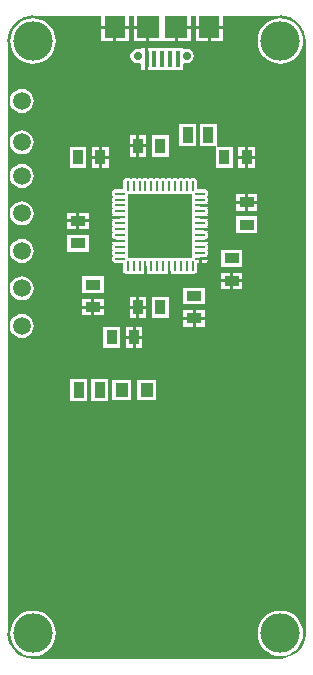
<source format=gtl>
G04*
G04 #@! TF.GenerationSoftware,Altium Limited,Altium Designer,20.0.9 (164)*
G04*
G04 Layer_Physical_Order=1*
G04 Layer_Color=255*
%FSLAX25Y25*%
%MOIN*%
G70*
G01*
G75*
%ADD15R,0.05118X0.03543*%
%ADD16R,0.03543X0.05118*%
%ADD17R,0.21535X0.21535*%
%ADD18O,0.03543X0.00984*%
%ADD19O,0.00984X0.03543*%
%ADD20R,0.03740X0.05354*%
%ADD21R,0.04331X0.04724*%
%ADD22R,0.01575X0.05315*%
%ADD23R,0.07087X0.07480*%
%ADD24R,0.07480X0.07480*%
%ADD39C,0.05906*%
%ADD40C,0.02756*%
%ADD41C,0.01968*%
%ADD42C,0.13123*%
G36*
X193961Y315824D02*
X195600Y315327D01*
X197110Y314520D01*
X198378Y313480D01*
X198419Y313419D01*
X198480Y313378D01*
X199520Y312110D01*
X200327Y310600D01*
X200824Y308961D01*
X200985Y307330D01*
X200971Y307257D01*
Y109536D01*
X200979Y109491D01*
X200849Y108166D01*
X200449Y106849D01*
X199801Y105636D01*
X198956Y104607D01*
X198919Y104581D01*
X198895Y104546D01*
X197682Y103510D01*
X196286Y102655D01*
X194774Y102028D01*
X193182Y101646D01*
X191592Y101521D01*
X191550Y101529D01*
X110243D01*
X110170Y101515D01*
X108539Y101676D01*
X106900Y102173D01*
X105390Y102980D01*
X104122Y104020D01*
X104081Y104081D01*
X104020Y104122D01*
X102980Y105390D01*
X102173Y106900D01*
X101676Y108539D01*
X101515Y110170D01*
X101529Y110243D01*
Y301000D01*
Y307257D01*
X101515Y307330D01*
X101676Y308961D01*
X102173Y310600D01*
X102980Y312110D01*
X104020Y313378D01*
X104081Y313419D01*
X104122Y313480D01*
X105390Y314520D01*
X106900Y315327D01*
X108539Y315824D01*
X110170Y315985D01*
X110243Y315971D01*
X132789D01*
Y312646D01*
X137333D01*
X141876D01*
Y315971D01*
X143616D01*
Y312646D01*
X148356D01*
Y312146D01*
X148856D01*
Y307405D01*
X157305D01*
Y312146D01*
X157805D01*
Y312646D01*
X162545D01*
Y315971D01*
X164285D01*
Y312646D01*
X168829D01*
X173372D01*
Y315971D01*
X192257D01*
X192330Y315985D01*
X193961Y315824D01*
D02*
G37*
%LPC*%
G36*
X173372Y311646D02*
X169329D01*
Y307405D01*
X173372D01*
Y311646D01*
D02*
G37*
G36*
X168329D02*
X164285D01*
Y307405D01*
X168329D01*
Y311646D01*
D02*
G37*
G36*
X162545D02*
X158305D01*
Y307405D01*
X162545D01*
Y311646D01*
D02*
G37*
G36*
X147856D02*
X143616D01*
Y307405D01*
X147856D01*
Y311646D01*
D02*
G37*
G36*
X141876D02*
X137833D01*
Y307405D01*
X141876D01*
Y311646D01*
D02*
G37*
G36*
X136833D02*
X132789D01*
Y307405D01*
X136833D01*
Y311646D01*
D02*
G37*
G36*
X147463Y305272D02*
X146175D01*
Y305071D01*
X145675Y304773D01*
X144911Y304925D01*
X143984Y304740D01*
X143197Y304214D01*
X142671Y303428D01*
X142487Y302500D01*
X142671Y301572D01*
X143197Y300786D01*
X143984Y300260D01*
X144911Y300076D01*
X145675Y300227D01*
X146175Y299929D01*
Y297957D01*
X147463D01*
Y301614D01*
Y305272D01*
D02*
G37*
G36*
X159986D02*
X148463D01*
Y301614D01*
Y297957D01*
X159986D01*
Y299929D01*
X160486Y300227D01*
X161250Y300076D01*
X162178Y300260D01*
X162964Y300786D01*
X163490Y301572D01*
X163674Y302500D01*
X163490Y303428D01*
X162964Y304214D01*
X162178Y304740D01*
X161250Y304925D01*
X160486Y304773D01*
X159986Y305071D01*
Y305272D01*
D02*
G37*
G36*
X192500Y315098D02*
X191018Y314952D01*
X189592Y314520D01*
X188279Y313818D01*
X187127Y312873D01*
X186182Y311721D01*
X185480Y310408D01*
X185048Y308982D01*
X184902Y307500D01*
X185048Y306018D01*
X185480Y304592D01*
X186182Y303279D01*
X187127Y302127D01*
X188279Y301182D01*
X189592Y300480D01*
X191018Y300048D01*
X192500Y299902D01*
X193982Y300048D01*
X195408Y300480D01*
X196721Y301182D01*
X197873Y302127D01*
X198818Y303279D01*
X199520Y304592D01*
X199952Y306018D01*
X200098Y307500D01*
X199952Y308982D01*
X199520Y310408D01*
X198818Y311721D01*
X197873Y312873D01*
X196721Y313818D01*
X195408Y314520D01*
X193982Y314952D01*
X192500Y315098D01*
D02*
G37*
G36*
X110000D02*
X108518Y314952D01*
X107092Y314520D01*
X105779Y313818D01*
X104627Y312873D01*
X103682Y311721D01*
X102980Y310408D01*
X102548Y308982D01*
X102402Y307500D01*
X102548Y306018D01*
X102980Y304592D01*
X103682Y303279D01*
X104627Y302127D01*
X105779Y301182D01*
X107092Y300480D01*
X108518Y300048D01*
X110000Y299902D01*
X111482Y300048D01*
X112908Y300480D01*
X114221Y301182D01*
X115373Y302127D01*
X116318Y303279D01*
X117020Y304592D01*
X117452Y306018D01*
X117598Y307500D01*
X117452Y308982D01*
X117020Y310408D01*
X116318Y311721D01*
X115373Y312873D01*
X114221Y313818D01*
X112908Y314520D01*
X111482Y314952D01*
X110000Y315098D01*
D02*
G37*
G36*
X106250Y291487D02*
X105218Y291351D01*
X104257Y290953D01*
X103431Y290319D01*
X102797Y289493D01*
X102399Y288532D01*
X102263Y287500D01*
X102399Y286468D01*
X102797Y285507D01*
X103431Y284681D01*
X104257Y284047D01*
X105218Y283649D01*
X106250Y283513D01*
X107282Y283649D01*
X108243Y284047D01*
X109069Y284681D01*
X109703Y285507D01*
X110101Y286468D01*
X110237Y287500D01*
X110101Y288532D01*
X109703Y289493D01*
X109069Y290319D01*
X108243Y290953D01*
X107282Y291351D01*
X106250Y291487D01*
D02*
G37*
G36*
X147782Y276059D02*
X145510D01*
Y273000D01*
X147782D01*
Y276059D01*
D02*
G37*
G36*
X144510D02*
X142238D01*
Y273000D01*
X144510D01*
Y276059D01*
D02*
G37*
G36*
X164425Y279927D02*
X158685D01*
Y272573D01*
X164425D01*
Y279927D01*
D02*
G37*
G36*
X106250Y277737D02*
X105218Y277601D01*
X104257Y277203D01*
X103431Y276569D01*
X102797Y275743D01*
X102399Y274782D01*
X102263Y273750D01*
X102399Y272718D01*
X102797Y271757D01*
X103431Y270931D01*
X104257Y270297D01*
X105218Y269899D01*
X106250Y269763D01*
X107282Y269899D01*
X108243Y270297D01*
X109069Y270931D01*
X109703Y271757D01*
X110101Y272718D01*
X110237Y273750D01*
X110101Y274782D01*
X109703Y275743D01*
X109069Y276569D01*
X108243Y277203D01*
X107282Y277601D01*
X106250Y277737D01*
D02*
G37*
G36*
X184012Y272309D02*
X181740D01*
Y269250D01*
X184012D01*
Y272309D01*
D02*
G37*
G36*
X180740D02*
X178469D01*
Y269250D01*
X180740D01*
Y272309D01*
D02*
G37*
G36*
X135262D02*
X132990D01*
Y269250D01*
X135262D01*
Y272309D01*
D02*
G37*
G36*
X131990D02*
X129718D01*
Y269250D01*
X131990D01*
Y272309D01*
D02*
G37*
G36*
X155262Y276059D02*
X149718D01*
Y268941D01*
X155262D01*
Y276059D01*
D02*
G37*
G36*
X147782Y272000D02*
X145510D01*
Y268941D01*
X147782D01*
Y272000D01*
D02*
G37*
G36*
X144510D02*
X142238D01*
Y268941D01*
X144510D01*
Y272000D01*
D02*
G37*
G36*
X184012Y268250D02*
X181740D01*
Y265191D01*
X184012D01*
Y268250D01*
D02*
G37*
G36*
X180740D02*
X178469D01*
Y265191D01*
X180740D01*
Y268250D01*
D02*
G37*
G36*
X171315Y279927D02*
X165575D01*
Y272573D01*
X170598D01*
X170893Y272373D01*
X170893Y272373D01*
X170988Y272309D01*
X170988Y272208D01*
X170988Y272073D01*
Y265191D01*
X176532D01*
Y272309D01*
X171706D01*
X171410Y272509D01*
X171410Y272509D01*
X171315Y272573D01*
X171315Y272674D01*
X171315Y272809D01*
Y279927D01*
D02*
G37*
G36*
X135262Y268250D02*
X132990D01*
Y265191D01*
X135262D01*
Y268250D01*
D02*
G37*
G36*
X131990D02*
X129718D01*
Y265191D01*
X131990D01*
Y268250D01*
D02*
G37*
G36*
X127781Y272309D02*
X122238D01*
Y265191D01*
X127781D01*
Y272309D01*
D02*
G37*
G36*
X163248Y261876D02*
X162666Y261760D01*
X162264Y261491D01*
X161862Y261760D01*
X161279Y261876D01*
X160697Y261760D01*
X160295Y261491D01*
X159893Y261760D01*
X159311Y261876D01*
X158729Y261760D01*
X158327Y261491D01*
X157925Y261760D01*
X157343Y261876D01*
X156760Y261760D01*
X156358Y261491D01*
X155956Y261760D01*
X155374Y261876D01*
X154792Y261760D01*
X154390Y261491D01*
X153988Y261760D01*
X153405Y261876D01*
X152823Y261760D01*
X152421Y261491D01*
X152019Y261760D01*
X151437Y261876D01*
X150855Y261760D01*
X150453Y261491D01*
X150051Y261760D01*
X149469Y261876D01*
X148886Y261760D01*
X148484Y261491D01*
X148082Y261760D01*
X147500Y261876D01*
X146918Y261760D01*
X146516Y261491D01*
X146114Y261760D01*
X145531Y261876D01*
X144949Y261760D01*
X144547Y261491D01*
X144145Y261760D01*
X143563Y261876D01*
X142981Y261760D01*
X142579Y261491D01*
X142177Y261760D01*
X141595Y261876D01*
X141012Y261760D01*
X140519Y261430D01*
X140189Y260936D01*
X140073Y260354D01*
Y258136D01*
X137854D01*
X137272Y258020D01*
X136779Y257690D01*
X136449Y257196D01*
X136333Y256614D01*
X136449Y256032D01*
X136717Y255630D01*
X136449Y255228D01*
X136333Y254646D01*
X136449Y254064D01*
X136717Y253661D01*
X136449Y253259D01*
X136333Y252677D01*
X136449Y252095D01*
X136717Y251693D01*
X136449Y251291D01*
X136333Y250709D01*
X136449Y250127D01*
X136717Y249724D01*
X136449Y249322D01*
X136432Y249240D01*
X137588D01*
X137854Y249187D01*
X139134D01*
Y248293D01*
X137854D01*
X137588Y248240D01*
X136432D01*
X136449Y248158D01*
X136717Y247756D01*
X136449Y247354D01*
X136333Y246772D01*
X136449Y246189D01*
X136717Y245787D01*
X136449Y245385D01*
X136333Y244803D01*
X136449Y244221D01*
X136717Y243819D01*
X136449Y243417D01*
X136333Y242835D01*
X136449Y242252D01*
X136717Y241850D01*
X136449Y241448D01*
X136432Y241366D01*
X137588D01*
X137854Y241313D01*
X139134D01*
Y240419D01*
X137854D01*
X137588Y240366D01*
X136432D01*
X136449Y240284D01*
X136717Y239882D01*
X136449Y239480D01*
X136333Y238898D01*
X136449Y238315D01*
X136717Y237913D01*
X136449Y237511D01*
X136333Y236929D01*
X136449Y236347D01*
X136717Y235945D01*
X136449Y235543D01*
X136333Y234961D01*
X136449Y234378D01*
X136779Y233885D01*
X137272Y233555D01*
X137854Y233439D01*
X140073D01*
Y231221D01*
X140189Y230638D01*
X140519Y230145D01*
X141012Y229815D01*
X141595Y229699D01*
X142177Y229815D01*
X142579Y230084D01*
X142981Y229815D01*
X143563Y229699D01*
X144145Y229815D01*
X144547Y230084D01*
X144949Y229815D01*
X145531Y229699D01*
X146114Y229815D01*
X146516Y230084D01*
X146918Y229815D01*
X147000Y229799D01*
Y230954D01*
X147053Y231221D01*
Y232500D01*
X147947D01*
Y231221D01*
X148000Y230954D01*
Y229799D01*
X148082Y229815D01*
X148484Y230084D01*
X148886Y229815D01*
X149469Y229699D01*
X150051Y229815D01*
X150453Y230084D01*
X150855Y229815D01*
X151437Y229699D01*
X152019Y229815D01*
X152421Y230084D01*
X152823Y229815D01*
X153405Y229699D01*
X153988Y229815D01*
X154390Y230084D01*
X154792Y229815D01*
X154874Y229799D01*
Y230954D01*
X154927Y231221D01*
Y232500D01*
X155821D01*
Y231221D01*
X155874Y230954D01*
Y229799D01*
X155956Y229815D01*
X156358Y230084D01*
X156760Y229815D01*
X157343Y229699D01*
X157925Y229815D01*
X158327Y230084D01*
X158729Y229815D01*
X159311Y229699D01*
X159893Y229815D01*
X160295Y230084D01*
X160697Y229815D01*
X161279Y229699D01*
X161862Y229815D01*
X162264Y230084D01*
X162666Y229815D01*
X163248Y229699D01*
X163830Y229815D01*
X164324Y230145D01*
X164654Y230638D01*
X164769Y231221D01*
Y233439D01*
X165209D01*
Y234961D01*
X165709D01*
Y235408D01*
X166988D01*
X167255Y235461D01*
X168410D01*
X168394Y235543D01*
X168125Y235945D01*
X168394Y236347D01*
X168509Y236929D01*
X168394Y237511D01*
X168125Y237913D01*
X168394Y238315D01*
X168509Y238898D01*
X168394Y239480D01*
X168125Y239882D01*
X168394Y240284D01*
X168410Y240366D01*
X167255D01*
X166988Y240419D01*
X165709D01*
Y241313D01*
X166988D01*
X167255Y241366D01*
X168410D01*
X168394Y241448D01*
X168125Y241850D01*
X168394Y242252D01*
X168509Y242835D01*
X168394Y243417D01*
X168125Y243819D01*
X168394Y244221D01*
X168410Y244303D01*
X167255D01*
X166988Y244356D01*
X165709D01*
Y245250D01*
X166988D01*
X167255Y245303D01*
X168410D01*
X168394Y245385D01*
X168125Y245787D01*
X168394Y246189D01*
X168509Y246772D01*
X168394Y247354D01*
X168125Y247756D01*
X168394Y248158D01*
X168410Y248240D01*
X167255D01*
X166988Y248293D01*
X165709D01*
Y249187D01*
X166988D01*
X167255Y249240D01*
X168410D01*
X168394Y249322D01*
X168125Y249724D01*
X168394Y250127D01*
X168509Y250709D01*
X168394Y251291D01*
X168125Y251693D01*
X168394Y252095D01*
X168410Y252177D01*
X167255D01*
X166988Y252230D01*
X165709D01*
Y253124D01*
X166988D01*
X167255Y253177D01*
X168410D01*
X168394Y253259D01*
X168125Y253661D01*
X168394Y254064D01*
X168509Y254646D01*
X168394Y255228D01*
X168125Y255630D01*
X168394Y256032D01*
X168509Y256614D01*
X168394Y257196D01*
X168064Y257690D01*
X167570Y258020D01*
X166988Y258136D01*
X164769D01*
Y260354D01*
X164654Y260936D01*
X164324Y261430D01*
X163830Y261760D01*
X163248Y261876D01*
D02*
G37*
G36*
X106250Y266487D02*
X105218Y266351D01*
X104257Y265953D01*
X103431Y265319D01*
X102797Y264493D01*
X102399Y263532D01*
X102263Y262500D01*
X102399Y261468D01*
X102797Y260507D01*
X103431Y259681D01*
X104257Y259047D01*
X105218Y258649D01*
X106250Y258513D01*
X107282Y258649D01*
X108243Y259047D01*
X109069Y259681D01*
X109703Y260507D01*
X110101Y261468D01*
X110237Y262500D01*
X110101Y263532D01*
X109703Y264493D01*
X109069Y265319D01*
X108243Y265953D01*
X107282Y266351D01*
X106250Y266487D01*
D02*
G37*
G36*
X184809Y256512D02*
X181750D01*
Y254240D01*
X184809D01*
Y256512D01*
D02*
G37*
G36*
X180750D02*
X177691D01*
Y254240D01*
X180750D01*
Y256512D01*
D02*
G37*
G36*
X184809Y253240D02*
X181750D01*
Y250969D01*
X184809D01*
Y253240D01*
D02*
G37*
G36*
X180750D02*
X177691D01*
Y250969D01*
X180750D01*
Y253240D01*
D02*
G37*
G36*
X128559Y250262D02*
X125500D01*
Y247990D01*
X128559D01*
Y250262D01*
D02*
G37*
G36*
X124500D02*
X121441D01*
Y247990D01*
X124500D01*
Y250262D01*
D02*
G37*
G36*
X106250Y253987D02*
X105218Y253851D01*
X104257Y253453D01*
X103431Y252819D01*
X102797Y251993D01*
X102399Y251032D01*
X102263Y250000D01*
X102399Y248968D01*
X102797Y248007D01*
X103431Y247181D01*
X104257Y246547D01*
X105218Y246149D01*
X106250Y246013D01*
X107282Y246149D01*
X108243Y246547D01*
X109069Y247181D01*
X109703Y248007D01*
X110101Y248968D01*
X110237Y250000D01*
X110101Y251032D01*
X109703Y251993D01*
X109069Y252819D01*
X108243Y253453D01*
X107282Y253851D01*
X106250Y253987D01*
D02*
G37*
G36*
X128559Y246990D02*
X125500D01*
Y244719D01*
X128559D01*
Y246990D01*
D02*
G37*
G36*
X124500D02*
X121441D01*
Y244719D01*
X124500D01*
Y246990D01*
D02*
G37*
G36*
X184809Y249031D02*
X177691D01*
Y243488D01*
X184809D01*
Y249031D01*
D02*
G37*
G36*
X128559Y242781D02*
X121441D01*
Y237238D01*
X128559D01*
Y242781D01*
D02*
G37*
G36*
X106250Y241487D02*
X105218Y241351D01*
X104257Y240953D01*
X103431Y240319D01*
X102797Y239493D01*
X102399Y238532D01*
X102263Y237500D01*
X102399Y236468D01*
X102797Y235507D01*
X103431Y234681D01*
X104257Y234047D01*
X105218Y233649D01*
X106250Y233513D01*
X107282Y233649D01*
X108243Y234047D01*
X109069Y234681D01*
X109703Y235507D01*
X110101Y236468D01*
X110237Y237500D01*
X110101Y238532D01*
X109703Y239493D01*
X109069Y240319D01*
X108243Y240953D01*
X107282Y241351D01*
X106250Y241487D01*
D02*
G37*
G36*
X168410Y234461D02*
X166209D01*
Y233439D01*
X166988D01*
X167570Y233555D01*
X168064Y233885D01*
X168394Y234378D01*
X168410Y234461D01*
D02*
G37*
G36*
X179809Y237762D02*
X172691D01*
Y232219D01*
X179809D01*
Y237762D01*
D02*
G37*
G36*
Y230281D02*
X176750D01*
Y228010D01*
X179809D01*
Y230281D01*
D02*
G37*
G36*
X175750D02*
X172691D01*
Y228010D01*
X175750D01*
Y230281D01*
D02*
G37*
G36*
X179809Y227010D02*
X176750D01*
Y224738D01*
X179809D01*
Y227010D01*
D02*
G37*
G36*
X175750D02*
X172691D01*
Y224738D01*
X175750D01*
Y227010D01*
D02*
G37*
G36*
X133559Y229012D02*
X126441D01*
Y223468D01*
X133559D01*
Y229012D01*
D02*
G37*
G36*
X106250Y228987D02*
X105218Y228851D01*
X104257Y228453D01*
X103431Y227819D01*
X102797Y226993D01*
X102399Y226032D01*
X102263Y225000D01*
X102399Y223968D01*
X102797Y223007D01*
X103431Y222181D01*
X104257Y221547D01*
X105218Y221149D01*
X106250Y221013D01*
X107282Y221149D01*
X108243Y221547D01*
X109069Y222181D01*
X109703Y223007D01*
X110101Y223968D01*
X110237Y225000D01*
X110101Y226032D01*
X109703Y226993D01*
X109069Y227819D01*
X108243Y228453D01*
X107282Y228851D01*
X106250Y228987D01*
D02*
G37*
G36*
X167309Y225262D02*
X160191D01*
Y219719D01*
X167309D01*
Y225262D01*
D02*
G37*
G36*
X133559Y221532D02*
X130500D01*
Y219260D01*
X133559D01*
Y221532D01*
D02*
G37*
G36*
X129500D02*
X126441D01*
Y219260D01*
X129500D01*
Y221532D01*
D02*
G37*
G36*
X147782Y222309D02*
X145510D01*
Y219250D01*
X147782D01*
Y222309D01*
D02*
G37*
G36*
X144510D02*
X142238D01*
Y219250D01*
X144510D01*
Y222309D01*
D02*
G37*
G36*
X133559Y218260D02*
X130500D01*
Y215988D01*
X133559D01*
Y218260D01*
D02*
G37*
G36*
X129500D02*
X126441D01*
Y215988D01*
X129500D01*
Y218260D01*
D02*
G37*
G36*
X167309Y217781D02*
X164250D01*
Y215510D01*
X167309D01*
Y217781D01*
D02*
G37*
G36*
X163250D02*
X160191D01*
Y215510D01*
X163250D01*
Y217781D01*
D02*
G37*
G36*
X155262Y222309D02*
X149718D01*
Y215191D01*
X155262D01*
Y222309D01*
D02*
G37*
G36*
X147782Y218250D02*
X145510D01*
Y215191D01*
X147782D01*
Y218250D01*
D02*
G37*
G36*
X144510D02*
X142238D01*
Y215191D01*
X144510D01*
Y218250D01*
D02*
G37*
G36*
X167309Y214510D02*
X164250D01*
Y212238D01*
X167309D01*
Y214510D01*
D02*
G37*
G36*
X163250D02*
X160191D01*
Y212238D01*
X163250D01*
Y214510D01*
D02*
G37*
G36*
X146512Y212309D02*
X144240D01*
Y209250D01*
X146512D01*
Y212309D01*
D02*
G37*
G36*
X143240D02*
X140969D01*
Y209250D01*
X143240D01*
Y212309D01*
D02*
G37*
G36*
X106250Y216487D02*
X105218Y216351D01*
X104257Y215953D01*
X103431Y215319D01*
X102797Y214493D01*
X102399Y213532D01*
X102263Y212500D01*
X102399Y211468D01*
X102797Y210507D01*
X103431Y209681D01*
X104257Y209047D01*
X105218Y208649D01*
X106250Y208513D01*
X107282Y208649D01*
X108243Y209047D01*
X109069Y209681D01*
X109703Y210507D01*
X110101Y211468D01*
X110237Y212500D01*
X110101Y213532D01*
X109703Y214493D01*
X109069Y215319D01*
X108243Y215953D01*
X107282Y216351D01*
X106250Y216487D01*
D02*
G37*
G36*
X146512Y208250D02*
X144240D01*
Y205191D01*
X146512D01*
Y208250D01*
D02*
G37*
G36*
X143240D02*
X140969D01*
Y205191D01*
X143240D01*
Y208250D01*
D02*
G37*
G36*
X139032Y212309D02*
X133488D01*
Y205191D01*
X139032D01*
Y212309D01*
D02*
G37*
G36*
X151049Y194612D02*
X144719D01*
Y187888D01*
X151049D01*
Y194612D01*
D02*
G37*
G36*
X142781D02*
X136451D01*
Y187888D01*
X142781D01*
Y194612D01*
D02*
G37*
G36*
X135065Y194927D02*
X129325D01*
Y187573D01*
X135065D01*
Y194927D01*
D02*
G37*
G36*
X128175D02*
X122435D01*
Y187573D01*
X128175D01*
Y194927D01*
D02*
G37*
G36*
X192500Y117598D02*
X191018Y117452D01*
X189592Y117020D01*
X188279Y116318D01*
X187127Y115373D01*
X186182Y114221D01*
X185480Y112908D01*
X185048Y111482D01*
X184902Y110000D01*
X185048Y108518D01*
X185480Y107092D01*
X186182Y105779D01*
X187127Y104627D01*
X188279Y103682D01*
X189592Y102980D01*
X191018Y102548D01*
X192500Y102402D01*
X193982Y102548D01*
X195408Y102980D01*
X196721Y103682D01*
X197873Y104627D01*
X198818Y105779D01*
X199520Y107092D01*
X199952Y108518D01*
X200098Y110000D01*
X199952Y111482D01*
X199520Y112908D01*
X198818Y114221D01*
X197873Y115373D01*
X196721Y116318D01*
X195408Y117020D01*
X193982Y117452D01*
X192500Y117598D01*
D02*
G37*
G36*
X110000D02*
X108518Y117452D01*
X107092Y117020D01*
X105779Y116318D01*
X104627Y115373D01*
X103682Y114221D01*
X102980Y112908D01*
X102548Y111482D01*
X102402Y110000D01*
X102548Y108518D01*
X102980Y107092D01*
X103682Y105779D01*
X104627Y104627D01*
X105779Y103682D01*
X107092Y102980D01*
X108518Y102548D01*
X110000Y102402D01*
X111482Y102548D01*
X112908Y102980D01*
X114221Y103682D01*
X115373Y104627D01*
X116318Y105779D01*
X117020Y107092D01*
X117452Y108518D01*
X117598Y110000D01*
X117452Y111482D01*
X117020Y112908D01*
X116318Y114221D01*
X115373Y115373D01*
X114221Y116318D01*
X112908Y117020D01*
X111482Y117452D01*
X110000Y117598D01*
D02*
G37*
%LPD*%
D15*
X181250Y246260D02*
D03*
Y253740D02*
D03*
X176250Y234990D02*
D03*
Y227510D02*
D03*
X125000Y240010D02*
D03*
Y247490D02*
D03*
X130000Y226240D02*
D03*
Y218760D02*
D03*
X163750Y222490D02*
D03*
Y215010D02*
D03*
D16*
X152490Y272500D02*
D03*
X145010D02*
D03*
X152490Y218750D02*
D03*
X145010D02*
D03*
X125010Y268750D02*
D03*
X132490D02*
D03*
X173760D02*
D03*
X181240D02*
D03*
X136260Y208750D02*
D03*
X143740D02*
D03*
D17*
X152421Y245787D02*
D03*
D18*
X165709Y256614D02*
D03*
Y254646D02*
D03*
Y252677D02*
D03*
Y250709D02*
D03*
Y248740D02*
D03*
Y246772D02*
D03*
Y244803D02*
D03*
Y242835D02*
D03*
Y240866D02*
D03*
Y238898D02*
D03*
Y236929D02*
D03*
Y234961D02*
D03*
X139134D02*
D03*
Y236929D02*
D03*
Y238898D02*
D03*
Y240866D02*
D03*
Y242835D02*
D03*
Y244803D02*
D03*
Y246772D02*
D03*
Y248740D02*
D03*
Y250709D02*
D03*
Y252677D02*
D03*
Y254646D02*
D03*
Y256614D02*
D03*
D19*
X163248Y232500D02*
D03*
X161279D02*
D03*
X159311D02*
D03*
X157343D02*
D03*
X155374D02*
D03*
X153405D02*
D03*
X151437D02*
D03*
X149469D02*
D03*
X147500D02*
D03*
X145531D02*
D03*
X143563D02*
D03*
X141595D02*
D03*
Y259075D02*
D03*
X143563D02*
D03*
X145531D02*
D03*
X147500D02*
D03*
X149469D02*
D03*
X151437D02*
D03*
X153405D02*
D03*
X155374D02*
D03*
X157343D02*
D03*
X159311D02*
D03*
X161279D02*
D03*
X163248D02*
D03*
D20*
X168445Y276250D02*
D03*
X161555D02*
D03*
X125305Y191250D02*
D03*
X132195D02*
D03*
D21*
X139616D02*
D03*
X147884D02*
D03*
D22*
X150522Y301614D02*
D03*
X153081D02*
D03*
X155640D02*
D03*
X147963D02*
D03*
X158199D02*
D03*
D23*
X137333Y312146D02*
D03*
X168829D02*
D03*
D24*
X148356D02*
D03*
X157805D02*
D03*
D39*
X106250Y212500D02*
D03*
Y225000D02*
D03*
Y237500D02*
D03*
Y250000D02*
D03*
Y262500D02*
D03*
Y273750D02*
D03*
Y287500D02*
D03*
D40*
X144911Y302500D02*
D03*
X161250D02*
D03*
D41*
X143760Y237126D02*
D03*
Y241457D02*
D03*
Y245787D02*
D03*
Y250118D02*
D03*
Y254449D02*
D03*
X148091Y237126D02*
D03*
Y241457D02*
D03*
Y245787D02*
D03*
Y250118D02*
D03*
Y254449D02*
D03*
X152421Y237126D02*
D03*
Y241457D02*
D03*
Y245787D02*
D03*
Y250118D02*
D03*
Y254449D02*
D03*
X156752Y237126D02*
D03*
Y241457D02*
D03*
Y245787D02*
D03*
Y250118D02*
D03*
Y254449D02*
D03*
X161083Y237126D02*
D03*
Y241457D02*
D03*
Y245787D02*
D03*
Y250118D02*
D03*
Y254449D02*
D03*
D42*
X110000Y307500D02*
D03*
X192500D02*
D03*
Y110000D02*
D03*
X110000D02*
D03*
M02*

</source>
